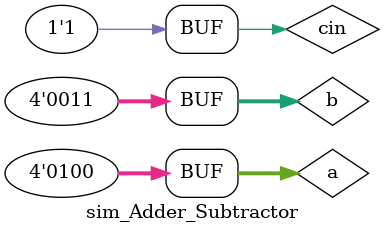
<source format=v>
module FullAdder1Bit(sum,carry,a,b,cin);
input a,b,cin;
output sum,carry;
wire s1,c1,c2;

xor(s1,a,b);
xor(sum,s1,cin);

and(c1,a,b);
and (c2,s1,cin);
xor(carry,c1,c2);
endmodule

module FullAdder4Bit(sum,carry,a,b,cin);
input [3:0] a,b;
input cin;
output [3:0] sum;
output carry;
wire c1,c2,c3;
FullAdder1Bit f1(sum[0],c1,a[0],b[0],cin);
FullAdder1Bit f2(sum[1],c2,a[1],b[1],c1);
FullAdder1Bit f3(sum[2],c3,a[2],b[2],c2);
FullAdder1Bit f4(sum[3],carry,a[3],b[3],c3);
endmodule

module FourBit_Adder_Subtractor(ans,carry,a,b,cin);
input [3:0] a,b;
input cin;
output [3:0] ans;
output carry;
wire [3:0] in_B;

xor(in_B[0],b[0],cin);
xor(in_B[1],b[1],cin);
xor(in_B[2],b[2],cin);
xor(in_B[3],b[3],cin);
FullAdder4Bit adder_subtractor(ans,carry,a,in_B,cin);
endmodule 

module Sim1bitAdder;
reg a,b,cin;
wire sum,carry;
FullAdder1Bit adder1(sum,carry,a,b,cin);
initial 
begin 
#5 a = 0; b = 0; cin = 0;

#100 a = 0; b = 1; cin = 0;

#100 a = 1; b = 0; cin = 0;

#100 a = 1; b = 1; cin = 0;
end
endmodule 

module Sim4BitAdder;
reg [3:0] a,b;
reg cin;
wire [3:0] sum;
wire carry;
FullAdder4Bit fulladder(sum,carry,a,b,cin);
initial 
begin
#5 a = 4'd8; b = 4'd4; cin = 1'b0;

#100 a = 4'd6; b = 4'd4; cin = 1'b0;

#100 a = 4'd3; b = 4'd2; cin = 1'b0;

#100 a = 4'd8; b = 4'd7; cin = 1'b0;

#100 a = 4'd0; b = 4'd0; cin = 1'b0;

#100 a = 4'd4; b = 4'd3; cin = 1'b0;
end
endmodule


module sim_Adder_Subtractor;
reg [3:0] a,b;
reg cin;
wire [3:0] ans;
wire carry;
FourBit_Adder_Subtractor fas(ans,carry,a,b,cin);
initial 
begin 
#5 a = 4'd8; b = 4'd4; cin = 1'b0;

#100 a = 4'd6; b = 4'd4; cin = 1'b0;

#100 a = 4'd3; b = 4'd2; cin = 1'b0;

#100 a = 4'd8; b = 4'd7; cin = 1'b0;

#100 a = 4'd0; b = 4'd0; cin = 1'b0;

#100 a = 4'd4; b = 4'd3; cin = 1'b0;

#100 a = 4'd8; b = 4'd4; cin = 1'b1;

#100 a = 4'd6; b = 4'd4; cin = 1'b1;

#100 a = 4'd3; b = 4'd2; cin = 1'b1;

#100 a = 4'd8; b = 4'd7; cin = 1'b1;

#100 a = 4'd0; b = 4'd0; cin = 1'b1;

#100 a = 4'd4; b = 4'd3; cin = 1'b1;
end
endmodule 





</source>
